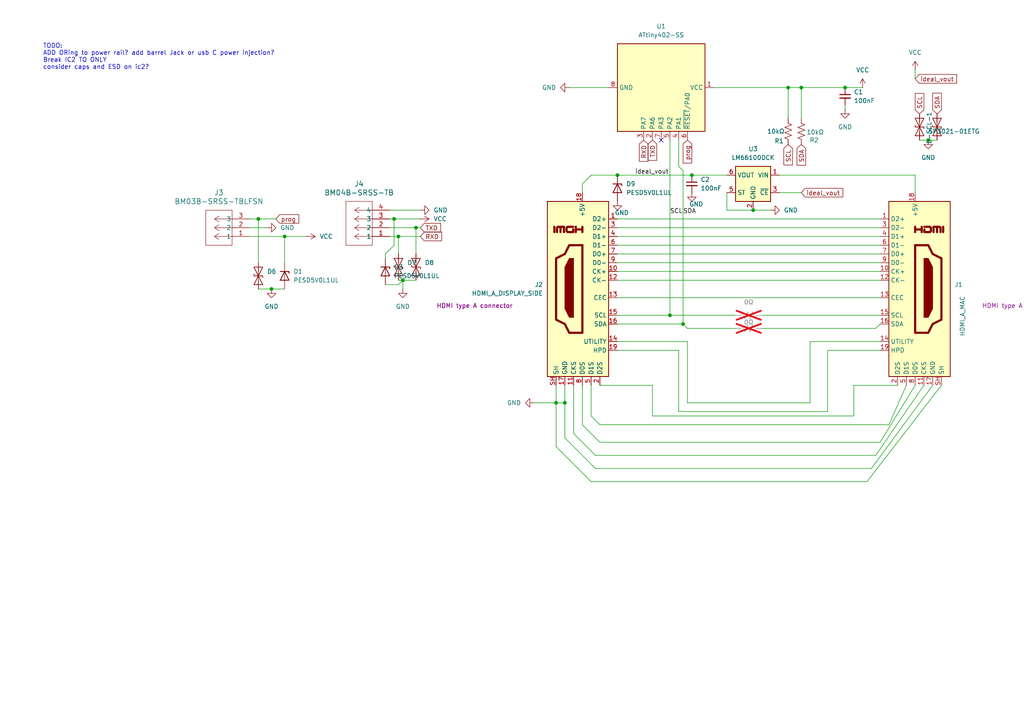
<source format=kicad_sch>
(kicad_sch (version 20250114) (generator "eeschema") (generator_version "9.0")
  (paper "A4")
  (title_block (title "HDMI Attiny I2C injector") (date "2025-09-23") (rev "1.0 (SEP 25)") (company "J inc") (comment 1 "HDMI Attiny I2C injector") (comment 4 "Author: Jayden Neal"))
  (lib_symbols
    (symbol "Connector:HDMI_A"
      (property "Reference" "J" (at -6.35 26.67 0))
      (property "Value" "HDMI_A" (at 10.16 26.67 0))
      (symbol "HDMI_A_0_0"
        (polyline (pts (xy 0 16.51) (xy 0 18.034) (xy 0 17.272) (xy 1.905 17.272) (xy 1.905 18.034) (xy 1.905 16.51)) (stroke (width 0.635)))
        (polyline (pts (xy 2.667 18.034) (xy 4.318 18.034) (xy 4.572 17.78) (xy 4.572 16.764) (xy 4.318 16.51) (xy 2.667 16.51) (xy 2.667 17.272)) (stroke (width 0.635)))
        (polyline (pts (xy 8.128 16.51) (xy 8.128 18.034)) (stroke (width 0.635)))
      )
      (symbol "HDMI_A_0_1"
        (rectangle (start -7.62 25.4) (end 10.16 -25.4) (stroke (width 0.254)) (fill (type background)))
        (polyline (pts (xy 0 12.7) (xy 0 -12.7) (xy 3.81 -12.7) (xy 5.08 -10.16) (xy 7.62 -8.89) (xy 7.62 8.89) (xy 5.08 10.16) (xy 3.81 12.7) (xy 0 12.7)) (stroke (width 0.635)))
        (polyline (pts (xy 2.54 8.89) (xy 3.81 8.89) (xy 5.08 6.35) (xy 5.08 -5.715) (xy 3.81 -8.255) (xy 2.54 -8.255) (xy 2.54 8.89)) (fill (type outline)))
        (polyline (pts (xy 5.334 16.51) (xy 5.334 18.034) (xy 6.35 18.034) (xy 6.35 16.51) (xy 6.35 18.034) (xy 7.112 18.034) (xy 7.366 17.78) (xy 7.366 16.51)) (stroke (width 0.635)))
      )
      (symbol "HDMI_A_1_1"
        (pin passive line (at -10.16 20.32 0) (length 2.54) (name "D2+") (number "1"))
        (pin passive line (at -10.16 17.78 0) (length 2.54) (name "D2-") (number "3"))
        (pin passive line (at -10.16 15.24 0) (length 2.54) (name "D1+") (number "4"))
        (pin passive line (at -10.16 12.7 0) (length 2.54) (name "D1-") (number "6"))
        (pin passive line (at -10.16 10.16 0) (length 2.54) (name "D0+") (number "7"))
        (pin passive line (at -10.16 7.62 0) (length 2.54) (name "D0-") (number "9"))
        (pin passive line (at -10.16 5.08 0) (length 2.54) (name "CK+") (number "10"))
        (pin passive line (at -10.16 2.54 0) (length 2.54) (name "CK-") (number "12"))
        (pin bidirectional line (at -10.16 -2.54 0) (length 2.54) (name "CEC") (number "13"))
        (pin passive line (at -10.16 -7.62 0) (length 2.54) (name "SCL") (number "15"))
        (pin bidirectional line (at -10.16 -10.16 0) (length 2.54) (name "SDA") (number "16"))
        (pin passive line (at -10.16 -15.24 0) (length 2.54) (name "UTILITY") (number "14"))
        (pin passive line (at -10.16 -17.78 0) (length 2.54) (name "HPD") (number "19"))
        (pin power_in line (at -5.08 -27.94 90) (length 2.54) (name "D2S") (number "2"))
        (pin power_in line (at -2.54 -27.94 90) (length 2.54) (name "D1S") (number "5"))
        (pin power_in line (at 0 27.94 270) (length 2.54) (name "+5V") (number "18"))
        (pin power_in line (at 0 -27.94 90) (length 2.54) (name "D0S") (number "8"))
        (pin power_in line (at 2.54 -27.94 90) (length 2.54) (name "CKS") (number "11"))
        (pin power_in line (at 5.08 -27.94 90) (length 2.54) (name "GND") (number "17"))
        (pin passive line (at 7.62 -27.94 90) (length 2.54) (name "SH") (number "SH"))
      )
    )
    (symbol "Device:C_Small" (pin_numbers (hide yes)) (pin_names (offset 0.254) (hide yes))
      (property "Reference" "C" (at 0.254 1.778 0))
      (property "Value" "C_Small" (at 0.254 -2.032 0))
      (symbol "C_Small_0_1"
        (polyline (pts (xy -1.524 0.508) (xy 1.524 0.508)) (stroke (width 0.3048)))
        (polyline (pts (xy -1.524 -0.508) (xy 1.524 -0.508)) (stroke (width 0.3302)))
      )
      (symbol "C_Small_1_1"
        (pin passive line (at 0 2.54 270) (length 2.032) (name "~") (number "1"))
        (pin passive line (at 0 -2.54 90) (length 2.032) (name "~") (number "2"))
      )
    )
    (symbol "Device:R_US" (pin_numbers (hide yes)) (pin_names (offset 0))
      (property "Reference" "R" (at 2.54 0 90))
      (property "Value" "R_US" (at -2.54 0 90))
      (symbol "R_US_0_1"
        (polyline (pts (xy 0 2.286) (xy 0 2.54)))
        (polyline (pts (xy 0 2.286) (xy 1.016 1.905) (xy 0 1.524) (xy -1.016 1.143) (xy 0 0.762)))
        (polyline (pts (xy 0 0.762) (xy 1.016 0.381) (xy 0 0) (xy -1.016 -0.381) (xy 0 -0.762)))
        (polyline (pts (xy 0 -0.762) (xy 1.016 -1.143) (xy 0 -1.524) (xy -1.016 -1.905) (xy 0 -2.286)))
        (polyline (pts (xy 0 -2.286) (xy 0 -2.54)))
      )
      (symbol "R_US_1_1"
        (pin passive line (at 0 3.81 270) (length 1.27) (name "~") (number "1"))
        (pin passive line (at 0 -3.81 90) (length 1.27) (name "~") (number "2"))
      )
    )
    (symbol "Diode:ESD131-B1-W0201" (pin_numbers (hide yes)) (pin_names (offset 1.016) (hide yes))
      (property "Reference" "D" (at 0 2.54 0))
      (property "Value" "ESD131-B1-W0201" (at 0 -2.54 0))
      (symbol "ESD131-B1-W0201_0_1"
        (polyline (pts (xy -2.54 -1.27) (xy 0 0) (xy -2.54 1.27) (xy -2.54 -1.27)) (stroke (width 0.2032)))
        (polyline (pts (xy 0.508 1.27) (xy 0 1.27) (xy 0 -1.27) (xy -0.508 -1.27)) (stroke (width 0.2032)))
        (polyline (pts (xy 1.27 0) (xy -1.27 0)))
        (polyline (pts (xy 2.54 1.27) (xy 2.54 -1.27) (xy 0 0) (xy 2.54 1.27)) (stroke (width 0.2032)))
      )
      (symbol "ESD131-B1-W0201_1_1"
        (pin passive line (at -3.81 0 0) (length 2.54) (name "A1") (number "1"))
        (pin passive line (at 3.81 0 180) (length 2.54) (name "A2") (number "2"))
      )
    )
    (symbol "Diode:PESD5V0L1UL" (pin_numbers (hide yes)) (pin_names (hide yes))
      (property "Reference" "D" (at 0 2.54 0))
      (property "Value" "PESD5V0L1UL" (at 0 -2.54 0))
      (symbol "PESD5V0L1UL_0_1"
        (polyline (pts (xy -1.27 -1.27) (xy -1.27 1.27) (xy -0.762 1.27)) (stroke (width 0.254)))
        (polyline (pts (xy 1.27 0) (xy -1.27 0)))
        (polyline (pts (xy 1.27 -1.27) (xy 1.27 1.27) (xy -1.27 0) (xy 1.27 -1.27)) (stroke (width 0.254)))
      )
      (symbol "PESD5V0L1UL_1_1"
        (pin passive line (at -3.81 0 0) (length 2.54) (name "K") (number "1"))
        (pin passive line (at 3.81 0 180) (length 2.54) (name "A") (number "2"))
      )
    )
    (symbol "MCU_Microchip_ATtiny:ATtiny402-SS"
      (property "Reference" "U" (at -12.7 13.97 0))
      (property "Value" "ATtiny402-SS" (at 2.54 -13.97 0))
      (symbol "ATtiny402-SS_0_1"
        (rectangle (start -12.7 -12.7) (end 12.7 12.7) (stroke (width 0.254)) (fill (type background)))
      )
      (symbol "ATtiny402-SS_1_1"
        (pin power_in line (at 0 15.24 270) (length 2.54) (name "VCC") (number "1"))
        (pin power_in line (at 0 -15.24 90) (length 2.54) (name "GND") (number "8"))
        (pin bidirectional line (at 15.24 7.62 180) (length 2.54) (name "~{RESET}/PA0") (number "6"))
        (pin bidirectional line (at 15.24 5.08 180) (length 2.54) (name "PA1") (number "4"))
        (pin bidirectional line (at 15.24 2.54 180) (length 2.54) (name "PA2") (number "5"))
        (pin bidirectional line (at 15.24 0 180) (length 2.54) (name "PA3") (number "7"))
        (pin bidirectional line (at 15.24 -2.54 180) (length 2.54) (name "PA6") (number "2"))
        (pin bidirectional line (at 15.24 -5.08 180) (length 2.54) (name "PA7") (number "3"))
      )
    )
    (symbol "Power_Management:LM66100DCK"
      (property "Reference" "U" (at -5.08 6.096 0))
      (property "Value" "LM66100DCK" (at 0.254 -6.35 0))
      (symbol "LM66100DCK_0_1"
        (rectangle (start -5.08 5.08) (end 5.08 -5.08) (stroke (width 0.254)) (fill (type background)))
      )
      (symbol "LM66100DCK_1_1"
        (pin power_in line (at -7.62 2.54 0) (length 2.54) (name "VIN") (number "1"))
        (pin input line (at -7.62 -2.54 0) (length 2.54) (name "~{CE}") (number "3"))
        (pin no_connect line (at 0 5.08 270) (length 2.54) (hide yes) (name "NC") (number "4"))
        (pin power_in line (at 0 -7.62 90) (length 2.54) (name "GND") (number "2"))
        (pin power_out line (at 7.62 2.54 180) (length 2.54) (name "VOUT") (number "6"))
        (pin open_collector line (at 7.62 -2.54 180) (length 2.54) (name "ST") (number "5"))
      )
    )
    (symbol "Snapeda:BM03B-SRSS-TBLFSN" (pin_names (offset 0.254))
      (property "Reference" "J" (at 8.89 6.35 0))
      (property "Value" "BM03B-SRSS-TBLFSN" (at 0 0 0))
      (symbol "BM03B-SRSS-TBLFSN_1_1"
        (polyline (pts (xy 5.08 2.54) (xy 5.08 -7.62)) (stroke (width 0.127)))
        (polyline (pts (xy 5.08 -7.62) (xy 12.7 -7.62)) (stroke (width 0.127)))
        (polyline (pts (xy 10.16 0) (xy 5.08 0)) (stroke (width 0.127)))
        (polyline (pts (xy 10.16 0) (xy 8.89 0.8467)) (stroke (width 0.127)))
        (polyline (pts (xy 10.16 0) (xy 8.89 -0.8467)) (stroke (width 0.127)))
        (polyline (pts (xy 10.16 -2.54) (xy 5.08 -2.54)) (stroke (width 0.127)))
        (polyline (pts (xy 10.16 -2.54) (xy 8.89 -1.6933)) (stroke (width 0.127)))
        (polyline (pts (xy 10.16 -2.54) (xy 8.89 -3.3867)) (stroke (width 0.127)))
        (polyline (pts (xy 10.16 -5.08) (xy 5.08 -5.08)) (stroke (width 0.127)))
        (polyline (pts (xy 10.16 -5.08) (xy 8.89 -4.2333)) (stroke (width 0.127)))
        (polyline (pts (xy 10.16 -5.08) (xy 8.89 -5.9267)) (stroke (width 0.127)))
        (polyline (pts (xy 12.7 2.54) (xy 5.08 2.54)) (stroke (width 0.127)))
        (polyline (pts (xy 12.7 -7.62) (xy 12.7 2.54)) (stroke (width 0.127)))
        (pin unspecified line (at 0 0 0) (length 5.08) (name "1") (number "1"))
        (pin unspecified line (at 0 -2.54 0) (length 5.08) (name "2") (number "2"))
        (pin unspecified line (at 0 -5.08 0) (length 5.08) (name "3") (number "3"))
      )
      (symbol "BM03B-SRSS-TBLFSN_1_2"
        (polyline (pts (xy 5.08 2.54) (xy 5.08 -7.62)) (stroke (width 0.127)))
        (polyline (pts (xy 5.08 -7.62) (xy 12.7 -7.62)) (stroke (width 0.127)))
        (polyline (pts (xy 7.62 0) (xy 5.08 0)) (stroke (width 0.127)))
        (polyline (pts (xy 7.62 0) (xy 8.89 0.8467)) (stroke (width 0.127)))
        (polyline (pts (xy 7.62 0) (xy 8.89 -0.8467)) (stroke (width 0.127)))
        (polyline (pts (xy 7.62 -2.54) (xy 5.08 -2.54)) (stroke (width 0.127)))
        (polyline (pts (xy 7.62 -2.54) (xy 8.89 -1.6933)) (stroke (width 0.127)))
        (polyline (pts (xy 7.62 -2.54) (xy 8.89 -3.3867)) (stroke (width 0.127)))
        (polyline (pts (xy 7.62 -5.08) (xy 5.08 -5.08)) (stroke (width 0.127)))
        (polyline (pts (xy 7.62 -5.08) (xy 8.89 -4.2333)) (stroke (width 0.127)))
        (polyline (pts (xy 7.62 -5.08) (xy 8.89 -5.9267)) (stroke (width 0.127)))
        (polyline (pts (xy 12.7 2.54) (xy 5.08 2.54)) (stroke (width 0.127)))
        (polyline (pts (xy 12.7 -7.62) (xy 12.7 2.54)) (stroke (width 0.127)))
        (pin unspecified line (at 0 0 0) (length 5.08) (name "1") (number "1"))
        (pin unspecified line (at 0 -2.54 0) (length 5.08) (name "2") (number "2"))
        (pin unspecified line (at 0 -5.08 0) (length 5.08) (name "3") (number "3"))
      )
    )
    (symbol "Snapeda:BM04B-SRSS-TB" (pin_names (offset 0.254))
      (property "Reference" "J" (at 8.89 6.35 0))
      (property "Value" "BM04B-SRSS-TB" (at 0 0 0))
      (symbol "BM04B-SRSS-TB_1_1"
        (polyline (pts (xy 5.08 2.54) (xy 5.08 -10.16)) (stroke (width 0.127)))
        (polyline (pts (xy 5.08 -10.16) (xy 12.7 -10.16)) (stroke (width 0.127)))
        (polyline (pts (xy 10.16 0) (xy 5.08 0)) (stroke (width 0.127)))
        (polyline (pts (xy 10.16 0) (xy 8.89 0.8467)) (stroke (width 0.127)))
        (polyline (pts (xy 10.16 0) (xy 8.89 -0.8467)) (stroke (width 0.127)))
        (polyline (pts (xy 10.16 -2.54) (xy 5.08 -2.54)) (stroke (width 0.127)))
        (polyline (pts (xy 10.16 -2.54) (xy 8.89 -1.6933)) (stroke (width 0.127)))
        (polyline (pts (xy 10.16 -2.54) (xy 8.89 -3.3867)) (stroke (width 0.127)))
        (polyline (pts (xy 10.16 -5.08) (xy 5.08 -5.08)) (stroke (width 0.127)))
        (polyline (pts (xy 10.16 -5.08) (xy 8.89 -4.2333)) (stroke (width 0.127)))
        (polyline (pts (xy 10.16 -5.08) (xy 8.89 -5.9267)) (stroke (width 0.127)))
        (polyline (pts (xy 10.16 -7.62) (xy 5.08 -7.62)) (stroke (width 0.127)))
        (polyline (pts (xy 10.16 -7.62) (xy 8.89 -6.7733)) (stroke (width 0.127)))
        (polyline (pts (xy 10.16 -7.62) (xy 8.89 -8.4667)) (stroke (width 0.127)))
        (polyline (pts (xy 12.7 2.54) (xy 5.08 2.54)) (stroke (width 0.127)))
        (polyline (pts (xy 12.7 -10.16) (xy 12.7 2.54)) (stroke (width 0.127)))
        (pin unspecified line (at 0 0 0) (length 5.08) (name "1") (number "1"))
        (pin unspecified line (at 0 -2.54 0) (length 5.08) (name "2") (number "2"))
        (pin unspecified line (at 0 -5.08 0) (length 5.08) (name "3") (number "3"))
        (pin unspecified line (at 0 -7.62 0) (length 5.08) (name "4") (number "4"))
      )
      (symbol "BM04B-SRSS-TB_1_2"
        (polyline (pts (xy 5.08 2.54) (xy 5.08 -10.16)) (stroke (width 0.127)))
        (polyline (pts (xy 5.08 -10.16) (xy 12.7 -10.16)) (stroke (width 0.127)))
        (polyline (pts (xy 7.62 0) (xy 5.08 0)) (stroke (width 0.127)))
        (polyline (pts (xy 7.62 0) (xy 8.89 0.8467)) (stroke (width 0.127)))
        (polyline (pts (xy 7.62 0) (xy 8.89 -0.8467)) (stroke (width 0.127)))
        (polyline (pts (xy 7.62 -2.54) (xy 5.08 -2.54)) (stroke (width 0.127)))
        (polyline (pts (xy 7.62 -2.54) (xy 8.89 -1.6933)) (stroke (width 0.127)))
        (polyline (pts (xy 7.62 -2.54) (xy 8.89 -3.3867)) (stroke (width 0.127)))
        (polyline (pts (xy 7.62 -5.08) (xy 5.08 -5.08)) (stroke (width 0.127)))
        (polyline (pts (xy 7.62 -5.08) (xy 8.89 -4.2333)) (stroke (width 0.127)))
        (polyline (pts (xy 7.62 -5.08) (xy 8.89 -5.9267)) (stroke (width 0.127)))
        (polyline (pts (xy 7.62 -7.62) (xy 5.08 -7.62)) (stroke (width 0.127)))
        (polyline (pts (xy 7.62 -7.62) (xy 8.89 -6.7733)) (stroke (width 0.127)))
        (polyline (pts (xy 7.62 -7.62) (xy 8.89 -8.4667)) (stroke (width 0.127)))
        (polyline (pts (xy 12.7 2.54) (xy 5.08 2.54)) (stroke (width 0.127)))
        (polyline (pts (xy 12.7 -10.16) (xy 12.7 2.54)) (stroke (width 0.127)))
        (pin unspecified line (at 0 0 0) (length 5.08) (name "1") (number "1"))
        (pin unspecified line (at 0 -2.54 0) (length 5.08) (name "2") (number "2"))
        (pin unspecified line (at 0 -5.08 0) (length 5.08) (name "3") (number "3"))
        (pin unspecified line (at 0 -7.62 0) (length 5.08) (name "4") (number "4"))
      )
    )
    (symbol "power:GND" (power) (pin_numbers (hide yes)) (pin_names (offset 0) (hide yes))
      (property "Value" "GND" (at 0 -3.81 0))
      (symbol "GND_0_1"
        (polyline (pts (xy 0 0) (xy 0 -1.27) (xy 1.27 -1.27) (xy 0 -2.54) (xy -1.27 -1.27) (xy 0 -1.27)))
      )
      (symbol "GND_1_1"
        (pin power_in line (at 0 0 270) (length 0) (name "~") (number "1"))
      )
    )
    (symbol "power:VCC" (power) (pin_numbers (hide yes)) (pin_names (offset 0) (hide yes))
      (property "Value" "VCC" (at 0 3.556 0))
      (symbol "VCC_0_1"
        (polyline (pts (xy -0.762 1.27) (xy 0 2.54)))
        (polyline (pts (xy 0 2.54) (xy 0.762 1.27)))
        (polyline (pts (xy 0 0) (xy 0 2.54)))
      )
      (symbol "VCC_1_1"
        (pin power_in line (at 0 0 90) (length 0) (name "~") (number "1"))
      )
    )
  )
  (text "TODO:\nADD ORing to power rail? add barrel Jack or usb C power injection?\nBreak IC2 TO ONLY\nconsider caps and ESD on ic2?\n\n" (at 12.446 17.526 0) (effects (font (size 1.27 1.27)) (justify left)))
  (junction (at 179.07 50.8))
  (junction (at 228.6 25.4))
  (junction (at 116.84 81.28))
  (junction (at 163.83 116.84))
  (junction (at 194.31 91.44))
  (junction (at 115.57 68.58))
  (junction (at 245.11 25.4))
  (junction (at 269.24 40.64))
  (junction (at 232.41 25.4))
  (junction (at 114.3 63.5))
  (junction (at 120.65 66.04))
  (junction (at 198.12 93.98))
  (junction (at 78.74 83.82))
  (junction (at 82.55 68.58))
  (junction (at 161.29 116.84))
  (junction (at 74.93 63.5))
  (junction (at 200.66 50.8))
  (junction (at 218.44 60.96))
  (no_connect (at 191.77 40.64))
  (wire (pts (xy 74.93 63.5) (xy 74.93 76.2)))
  (wire (pts (xy 161.29 116.84) (xy 161.29 129.54)))
  (wire (pts (xy 163.83 116.84) (xy 163.83 127)))
  (wire (pts (xy 252.73 135.89) (xy 270.51 111.76)))
  (wire (pts (xy 245.11 31.75) (xy 245.11 30.48)))
  (wire (pts (xy 82.55 68.58) (xy 88.9 68.58)))
  (wire (pts (xy 179.07 63.5) (xy 255.27 63.5)))
  (wire (pts (xy 82.55 68.58) (xy 82.55 76.2)))
  (wire (pts (xy 166.37 125.73) (xy 172.72 132.08)))
  (wire (pts (xy 173.99 123.19) (xy 257.81 123.19)))
  (wire (pts (xy 161.29 111.76) (xy 161.29 116.84)))
  (wire (pts (xy 168.91 53.34) (xy 168.91 55.88)))
  (wire (pts (xy 234.95 99.06) (xy 255.27 99.06)))
  (wire (pts (xy 161.29 129.54) (xy 171.45 139.7)))
  (wire (pts (xy 232.41 34.29) (xy 232.41 25.4)))
  (wire (pts (xy 114.3 63.5) (xy 114.3 71.12)))
  (wire (pts (xy 194.31 40.64) (xy 194.31 91.44)))
  (wire (pts (xy 179.07 68.58) (xy 255.27 68.58)))
  (wire (pts (xy 72.39 66.04) (xy 77.47 66.04)))
  (wire (pts (xy 163.83 111.76) (xy 163.83 116.84)))
  (wire (pts (xy 220.98 95.25) (xy 254 95.25)))
  (wire (pts (xy 234.95 116.84) (xy 234.95 99.06)))
  (wire (pts (xy 172.72 132.08) (xy 254 132.08)))
  (wire (pts (xy 80.01 63.5) (xy 74.93 63.5)))
  (wire (pts (xy 228.6 34.29) (xy 228.6 25.4)))
  (wire (pts (xy 240.03 101.6) (xy 255.27 101.6)))
  (wire (pts (xy 172.72 135.89) (xy 252.73 135.89)))
  (wire (pts (xy 114.3 63.5) (xy 121.92 63.5)))
  (wire (pts (xy 198.12 49.53) (xy 198.12 93.98)))
  (wire (pts (xy 74.93 83.82) (xy 78.74 83.82)))
  (wire (pts (xy 179.07 50.8) (xy 200.66 50.8)))
  (wire (pts (xy 210.82 60.96) (xy 218.44 60.96)))
  (wire (pts (xy 115.57 68.58) (xy 115.57 73.66)))
  (wire (pts (xy 240.03 101.6) (xy 240.03 119.38)))
  (wire (pts (xy 179.07 66.04) (xy 255.27 66.04)))
  (wire (pts (xy 226.06 55.88) (xy 232.41 55.88)))
  (wire (pts (xy 179.07 81.28) (xy 255.27 81.28)))
  (wire (pts (xy 171.45 139.7) (xy 251.46 139.7)))
  (wire (pts (xy 247.65 111.76) (xy 260.35 111.76)))
  (wire (pts (xy 78.74 83.82) (xy 82.55 83.82)))
  (wire (pts (xy 113.03 63.5) (xy 114.3 63.5)))
  (wire (pts (xy 199.39 116.84) (xy 234.95 116.84)))
  (wire (pts (xy 213.36 95.25) (xy 199.39 95.25)))
  (wire (pts (xy 207.01 25.4) (xy 228.6 25.4)))
  (wire (pts (xy 179.07 86.36) (xy 255.27 86.36)))
  (wire (pts (xy 171.45 120.65) (xy 173.99 123.19)))
  (wire (pts (xy 179.07 78.74) (xy 255.27 78.74)))
  (wire (pts (xy 176.53 25.4) (xy 165.1 25.4)))
  (wire (pts (xy 265.43 50.8) (xy 226.06 50.8)))
  (wire (pts (xy 199.39 116.84) (xy 199.39 99.06)))
  (wire (pts (xy 196.85 101.6) (xy 179.07 101.6)))
  (wire (pts (xy 254 95.25) (xy 255.27 93.98)))
  (wire (pts (xy 173.99 128.27) (xy 255.27 128.27)))
  (wire (pts (xy 247.65 111.76) (xy 247.65 120.65)))
  (wire (pts (xy 113.03 68.58) (xy 115.57 68.58)))
  (wire (pts (xy 265.43 20.32) (xy 265.43 22.86)))
  (wire (pts (xy 189.23 111.76) (xy 189.23 120.65)))
  (wire (pts (xy 113.03 66.04) (xy 120.65 66.04)))
  (wire (pts (xy 111.76 74.93) (xy 111.76 73.66)))
  (wire (pts (xy 111.76 82.55) (xy 115.57 82.55)))
  (wire (pts (xy 194.31 91.44) (xy 213.36 91.44)))
  (wire (pts (xy 196.85 40.64) (xy 196.85 48.26)))
  (wire (pts (xy 232.41 25.4) (xy 245.11 25.4)))
  (wire (pts (xy 163.83 127) (xy 172.72 135.89)))
  (wire (pts (xy 116.84 83.82) (xy 116.84 81.28)))
  (wire (pts (xy 168.91 111.76) (xy 168.91 123.19)))
  (wire (pts (xy 72.39 68.58) (xy 82.55 68.58)))
  (wire (pts (xy 196.85 119.38) (xy 196.85 101.6)))
  (wire (pts (xy 154.94 116.84) (xy 161.29 116.84)))
  (wire (pts (xy 266.7 40.64) (xy 269.24 40.64)))
  (wire (pts (xy 189.23 111.76) (xy 173.99 111.76)))
  (wire (pts (xy 189.23 120.65) (xy 247.65 120.65)))
  (wire (pts (xy 251.46 139.7) (xy 273.05 111.76)))
  (wire (pts (xy 166.37 111.76) (xy 166.37 125.73)))
  (wire (pts (xy 115.57 68.58) (xy 121.92 68.58)))
  (wire (pts (xy 161.29 116.84) (xy 163.83 116.84)))
  (wire (pts (xy 228.6 25.4) (xy 232.41 25.4)))
  (wire (pts (xy 210.82 55.88) (xy 210.82 60.96)))
  (wire (pts (xy 196.85 119.38) (xy 240.03 119.38)))
  (wire (pts (xy 220.98 91.44) (xy 255.27 91.44)))
  (wire (pts (xy 199.39 95.25) (xy 198.12 93.98)))
  (wire (pts (xy 171.45 50.8) (xy 179.07 50.8)))
  (wire (pts (xy 111.76 73.66) (xy 114.3 71.12)))
  (wire (pts (xy 74.93 63.5) (xy 72.39 63.5)))
  (wire (pts (xy 245.11 25.4) (xy 250.19 25.4)))
  (wire (pts (xy 223.52 60.96) (xy 218.44 60.96)))
  (wire (pts (xy 255.27 128.27) (xy 265.43 111.76)))
  (wire (pts (xy 179.07 71.12) (xy 255.27 71.12)))
  (wire (pts (xy 254 132.08) (xy 267.97 111.76)))
  (wire (pts (xy 171.45 111.76) (xy 171.45 120.65)))
  (wire (pts (xy 198.12 93.98) (xy 179.07 93.98)))
  (wire (pts (xy 265.43 55.88) (xy 265.43 50.8)))
  (wire (pts (xy 116.84 81.28) (xy 120.65 81.28)))
  (wire (pts (xy 179.07 76.2) (xy 255.27 76.2)))
  (wire (pts (xy 120.65 66.04) (xy 120.65 73.66)))
  (wire (pts (xy 168.91 53.34) (xy 171.45 50.8)))
  (wire (pts (xy 269.24 40.64) (xy 271.78 40.64)))
  (wire (pts (xy 200.66 50.8) (xy 210.82 50.8)))
  (wire (pts (xy 257.81 123.19) (xy 262.89 111.76)))
  (wire (pts (xy 120.65 66.04) (xy 121.92 66.04)))
  (wire (pts (xy 168.91 123.19) (xy 173.99 128.27)))
  (wire (pts (xy 179.07 73.66) (xy 255.27 73.66)))
  (wire (pts (xy 194.31 91.44) (xy 179.07 91.44)))
  (wire (pts (xy 115.57 82.55) (xy 116.84 81.28)))
  (wire (pts (xy 115.57 81.28) (xy 116.84 81.28)))
  (wire (pts (xy 199.39 99.06) (xy 179.07 99.06)))
  (wire (pts (xy 196.85 48.26) (xy 198.12 49.53)))
  (wire (pts (xy 113.03 60.96) (xy 121.92 60.96)))
  (label "SCL" (at 194.31 62.23 0))
  (label "ideal_vout" (at 184.15 50.8 0))
  (label "SDA" (at 198.12 62.23 0))
  (global_label "RXD" (shape input) (at 121.92 68.58 0) (property "Intersheetrefs" "${INTERSHEET_REFS}" (effects (hide yes))))
  (global_label "RXD" (shape input) (at 186.69 40.64 270) (property "Intersheetrefs" "${INTERSHEET_REFS}" (effects (hide yes))))
  (global_label "SDA" (shape input) (at 271.78 33.02 90) (property "Intersheetrefs" "${INTERSHEET_REFS}" (effects (hide yes))))
  (global_label "TXD" (shape input) (at 121.92 66.04 0) (property "Intersheetrefs" "${INTERSHEET_REFS}" (effects (hide yes))))
  (global_label "SCL" (shape input) (at 228.6 41.91 270) (property "Intersheetrefs" "${INTERSHEET_REFS}" (effects (hide yes))))
  (global_label "prog" (shape input) (at 80.01 63.5 0) (property "Intersheetrefs" "${INTERSHEET_REFS}" (effects (hide yes))))
  (global_label "TXD" (shape input) (at 189.23 40.64 270) (property "Intersheetrefs" "${INTERSHEET_REFS}" (effects (hide yes))))
  (global_label "SCL" (shape input) (at 266.7 33.02 90) (property "Intersheetrefs" "${INTERSHEET_REFS}" (effects (hide yes))))
  (global_label "SDA" (shape input) (at 232.41 41.91 270) (property "Intersheetrefs" "${INTERSHEET_REFS}" (effects (hide yes))))
  (global_label "ideal_vout" (shape input) (at 265.43 22.86 0) (property "Intersheetrefs" "${INTERSHEET_REFS}" (effects (hide yes))))
  (global_label "prog" (shape input) (at 199.39 40.64 270) (property "Intersheetrefs" "${INTERSHEET_REFS}" (effects (hide yes))))
  (global_label "ideal_vout" (shape input) (at 232.41 55.88 0) (property "Intersheetrefs" "${INTERSHEET_REFS}" (effects (hide yes))))
  (symbol (lib_id "power:GND") (at 165.1 25.4 270) (unit 1)
    (property "Reference" "#PWR01" (effects (hide yes)))
    (property "Value" "GND" (at 161.29 25.3999 90) (effects (justify right)))
    (property "Description" "Power symbol creates a global label with name \"GND\" , ground" (effects (hide yes)))
  )
  (symbol (lib_id "Device:R_US") (at 217.17 95.25 90) (unit 1) (dnp yes)
    (property "Reference" "R4" (effects (hide yes)))
    (property "Value" "0Ω" (at 217.17 93.472 90))
    (property "Footprint" "Resistor_SMD:R_0603_1608Metric_Pad0.98x0.95mm_HandSolder" (effects (hide yes)))
    (property "Description" "Resistor, US symbol" (effects (hide yes)))
  )
  (symbol (lib_id "Diode:ESD131-B1-W0201") (at 115.57 77.47 90) (unit 1)
    (property "Reference" "D7" (at 118.11 76.1999 90) (effects (justify right)))
    (property "Value" "SP3021-01ETG" (effects (hide yes)))
    (property "Footprint" "Diode_SMD:D_SOD-882" (effects (hide yes)))
    (property "Datasheet" "https://www.digikey.com/en/products/detail/littelfuse-inc/SP3021-01ETG/3598389" (effects (hide yes)))
    (property "Description" "Bidirectional ESD protection diode, ±5.5Vrwm, 0.23pF, SG-WLL-2-3" (effects (hide yes)))
  )
  (symbol (lib_id "Connector:HDMI_A") (at 168.91 83.82 0) (mirror y) (unit 1)
    (property "Reference" "J2" (at 157.48 82.5499 0) (effects (justify left)))
    (property "Value" "HDMI_A_DISPLAY_SIDE" (at 157.48 85.0899 0) (effects (justify left)))
    (property "Footprint" "EasyEDA:HDMI-SMD_HDMI-GD-132PWB" (effects (hide yes)))
    (property "Datasheet" "https://en.wikipedia.org/wiki/HDMI" (effects (hide yes)))
    (property "Description" "HDMI type A connector" (at 137.668 88.646 0))
  )
  (symbol (lib_id "power:GND") (at 245.11 31.75 0) (unit 1)
    (property "Reference" "#PWR05" (effects (hide yes)))
    (property "Value" "GND" (at 245.11 36.83 0))
    (property "Description" "Power symbol creates a global label with name \"GND\" , ground" (effects (hide yes)))
  )
  (symbol (lib_id "Diode:ESD131-B1-W0201") (at 74.93 80.01 90) (unit 1)
    (property "Reference" "D6" (at 77.47 78.7399 90) (effects (justify right)))
    (property "Value" "SP3021-01ETG" (effects (hide yes)))
    (property "Footprint" "Diode_SMD:D_SOD-882" (effects (hide yes)))
    (property "Datasheet" "https://www.digikey.com/en/products/detail/littelfuse-inc/SP3021-01ETG/3598389" (effects (hide yes)))
    (property "Description" "Bidirectional ESD protection diode, ±5.5Vrwm, 0.23pF, SG-WLL-2-3" (effects (hide yes)))
  )
  (symbol (lib_id "power:VCC") (at 265.43 20.32 0) (unit 1)
    (property "Reference" "#PWR011" (effects (hide yes)))
    (property "Value" "VCC" (at 265.43 15.24 0))
    (property "Description" "Power symbol creates a global label with name \"VCC\"" (effects (hide yes)))
  )
  (symbol (lib_id "power:GND") (at 269.24 40.64 0) (unit 1)
    (property "Reference" "#PWR012" (effects (hide yes)))
    (property "Value" "GND" (at 269.24 45.72 0))
    (property "Description" "Power symbol creates a global label with name \"GND\" , ground" (effects (hide yes)))
  )
  (symbol (lib_id "power:VCC") (at 250.19 25.4 0) (unit 1)
    (property "Reference" "#PWR02" (effects (hide yes)))
    (property "Value" "VCC" (at 250.19 20.32 0))
    (property "Description" "Power symbol creates a global label with name \"VCC\"" (effects (hide yes)))
  )
  (symbol (lib_id "Diode:ESD131-B1-W0201") (at 271.78 36.83 90) (unit 1)
    (property "Reference" "D2" (effects (hide yes)))
    (property "Value" "SP3021-01ETG" (effects (hide yes)))
    (property "Footprint" "Diode_SMD:D_SOD-882" (effects (hide yes)))
    (property "Datasheet" "https://www.digikey.com/en/products/detail/littelfuse-inc/SP3021-01ETG/3598389" (effects (hide yes)))
    (property "Description" "Bidirectional ESD protection diode, ±5.5Vrwm, 0.23pF, SG-WLL-2-3" (effects (hide yes)))
  )
  (symbol (lib_id "Diode:ESD131-B1-W0201") (at 120.65 77.47 90) (unit 1)
    (property "Reference" "D8" (at 123.19 76.1999 90) (effects (justify right)))
    (property "Value" "SP3021-01ETG" (effects (hide yes)))
    (property "Footprint" "Diode_SMD:D_SOD-882" (effects (hide yes)))
    (property "Datasheet" "https://www.digikey.com/en/products/detail/littelfuse-inc/SP3021-01ETG/3598389" (effects (hide yes)))
    (property "Description" "Bidirectional ESD protection diode, ±5.5Vrwm, 0.23pF, SG-WLL-2-3" (effects (hide yes)))
  )
  (symbol (lib_id "Diode:ESD131-B1-W0201") (at 266.7 36.83 90) (unit 1)
    (property "Reference" "D-SCL-1" (at 269.494 37.084 0))
    (property "Value" "SP3021-01ETG" (at 269.24 38.0999 90) (effects (justify right)))
    (property "Footprint" "Diode_SMD:D_SOD-882" (effects (hide yes)))
    (property "Datasheet" "https://www.digikey.com/en/products/detail/littelfuse-inc/SP3021-01ETG/3598389" (effects (hide yes)))
    (property "Description" "Bidirectional ESD protection diode, ±5.5Vrwm, 0.23pF, SG-WLL-2-3" (effects (hide yes)))
  )
  (symbol (lib_id "Snapeda:BM03B-SRSS-TBLFSN") (at 72.39 68.58 180) (unit 1)
    (property "Reference" "J3" (at 63.5 55.88 0) (effects (font (size 1.524 1.524))))
    (property "Value" "BM03B-SRSS-TBLFSN" (at 63.5 58.42 0) (effects (font (size 1.524 1.524))))
    (property "Footprint" "Snapeda:CONN_BM03B-SRSS-TBLFSN_JST" (effects (hide yes)))
    (property "Datasheet" "BM03B-SRSS-TBLFSN" (effects (hide yes)))
  )
  (symbol (lib_id "power:VCC") (at 88.9 68.58 270) (unit 1)
    (property "Reference" "#PWR03" (effects (hide yes)))
    (property "Value" "VCC" (at 92.71 68.5799 90) (effects (justify left)))
    (property "Description" "Power symbol creates a global label with name \"VCC\"" (effects (hide yes)))
  )
  (symbol (lib_id "Power_Management:LM66100DCK") (at 218.44 53.34 0) (mirror y) (unit 1)
    (property "Reference" "U3" (at 218.44 43.18 0))
    (property "Value" "LM66100DCK" (at 218.44 45.72 0))
    (property "Footprint" "Package_TO_SOT_SMD:SOT-363_SC-70-6" (effects (hide yes)))
    (property "Datasheet" "https://www.ti.com/lit/ds/symlink/lm66100.pdf" (effects (hide yes)))
    (property "Description" "Ideal Diode With Input Polarity Protection 1.5 - 5.5V  Input Voltage, 1.5A Output Current, Ron 141 mOhm, SC-70-6" (effects (hide yes)))
  )
  (symbol (lib_id "MCU_Microchip_ATtiny:ATtiny402-SS") (at 191.77 25.4 270) (unit 1)
    (property "Reference" "U1" (at 191.77 7.62 90))
    (property "Value" "ATtiny402-SS" (at 191.77 10.16 90))
    (property "Footprint" "Package_SO:SOIC-8_3.9x4.9mm_P1.27mm" (effects (hide yes)))
    (property "Datasheet" "http://ww1.microchip.com/downloads/en/DeviceDoc/ATtiny202-402-AVR-MCU-with-Core-Independent-Peripherals_and-picoPower-40001969A.pdf" (effects (hide yes)))
    (property "Description" "20MHz, 4kB Flash, 256B SRAM, 128B EEPROM, SOIC-8" (effects (hide yes)))
  )
  (symbol (lib_id "Diode:PESD5V0L1UL") (at 179.07 54.61 270) (unit 1)
    (property "Reference" "D9" (at 181.61 53.3399 90) (effects (justify left)))
    (property "Value" "PESD5V0L1UL" (at 181.61 55.8799 90) (effects (justify left)))
    (property "Footprint" "Diode_SMD:D_SOD-882" (effects (hide yes)))
    (property "Datasheet" "https://assets.nexperia.com/documents/data-sheet/PESD5V0L1UL.pdf" (effects (hide yes)))
    (property "Description" "Low capacitance unidirectional ESD protection diode, 5V, SOD-882" (effects (hide yes)))
  )
  (symbol (lib_id "Connector:HDMI_A") (at 265.43 83.82 0) (unit 1)
    (property "Reference" "J1" (at 276.86 82.5499 0) (effects (justify left)))
    (property "Value" "HDMI_A_MAC" (at 279.146 97.536 90) (effects (justify left)))
    (property "Footprint" "EasyEDA:HDMI-SMD_HDMI-GD-132PWB" (effects (hide yes)))
    (property "Datasheet" "https://en.wikipedia.org/wiki/HDMI" (effects (hide yes)))
    (property "Description" "HDMI type A connector" (at 295.91 88.646 0))
  )
  (symbol (lib_id "power:GND") (at 223.52 60.96 90) (unit 1)
    (property "Reference" "#PWR08" (effects (hide yes)))
    (property "Value" "GND" (at 227.33 60.9599 90) (effects (justify right)))
    (property "Description" "Power symbol creates a global label with name \"GND\" , ground" (effects (hide yes)))
  )
  (symbol (lib_id "power:GND") (at 121.92 60.96 90) (unit 1)
    (property "Reference" "#PWR07" (effects (hide yes)))
    (property "Value" "GND" (at 125.73 60.9599 90) (effects (justify right)))
    (property "Description" "Power symbol creates a global label with name \"GND\" , ground" (effects (hide yes)))
  )
  (symbol (lib_id "Diode:PESD5V0L1UL") (at 82.55 80.01 270) (unit 1)
    (property "Reference" "D1" (at 85.09 78.7399 90) (effects (justify left)))
    (property "Value" "PESD5V0L1UL" (at 85.09 81.2799 90) (effects (justify left)))
    (property "Footprint" "Diode_SMD:D_SOD-882" (effects (hide yes)))
    (property "Datasheet" "https://assets.nexperia.com/documents/data-sheet/PESD5V0L1UL.pdf" (effects (hide yes)))
    (property "Description" "Low capacitance unidirectional ESD protection diode, 5V, SOD-882" (effects (hide yes)))
  )
  (symbol (lib_id "Device:R_US") (at 217.17 91.44 90) (unit 1) (in_bom no) (dnp yes)
    (property "Reference" "R3" (effects (hide yes)))
    (property "Value" "0Ω" (at 217.17 87.63 90))
    (property "Footprint" "Resistor_SMD:R_0603_1608Metric_Pad0.98x0.95mm_HandSolder" (effects (hide yes)))
    (property "Description" "Resistor, US symbol" (effects (hide yes)))
  )
  (symbol (lib_id "Device:R_US") (at 228.6 38.1 180) (unit 1)
    (property "Reference" "R1" (at 227.33 40.894 0) (effects (justify left)))
    (property "Value" "10kΩ" (at 227.584 38.1 0) (effects (justify left)))
    (property "Footprint" "Resistor_SMD:R_0603_1608Metric_Pad0.98x0.95mm_HandSolder" (effects (hide yes)))
    (property "Description" "Resistor, US symbol" (effects (hide yes)))
  )
  (symbol (lib_id "power:VCC") (at 121.92 63.5 270) (unit 1)
    (property "Reference" "#PWR06" (effects (hide yes)))
    (property "Value" "VCC" (at 125.73 63.4999 90) (effects (justify left)))
    (property "Description" "Power symbol creates a global label with name \"VCC\"" (effects (hide yes)))
  )
  (symbol (lib_id "Device:C_Small") (at 200.66 53.34 0) (unit 1)
    (property "Reference" "C2" (at 203.2 52.0762 0) (effects (justify left)))
    (property "Value" "100nF" (at 203.2 54.6162 0) (effects (justify left)))
    (property "Footprint" "Capacitor_SMD:C_0603_1608Metric_Pad1.08x0.95mm_HandSolder" (effects (hide yes)))
    (property "Description" "Unpolarized capacitor, small symbol" (effects (hide yes)))
  )
  (symbol (lib_id "power:GND") (at 200.66 55.88 0) (unit 1)
    (property "Reference" "#PWR010" (effects (hide yes)))
    (property "Value" "GND" (at 201.93 59.182 0))
    (property "Description" "Power symbol creates a global label with name \"GND\" , ground" (effects (hide yes)))
  )
  (symbol (lib_id "Snapeda:BM04B-SRSS-TB") (at 113.03 68.58 180) (unit 1)
    (property "Reference" "J4" (at 104.14 53.34 0) (effects (font (size 1.524 1.524))))
    (property "Value" "BM04B-SRSS-TB" (at 104.14 55.88 0) (effects (font (size 1.524 1.524))))
    (property "Footprint" "Snapeda:CONN4_BM04B-SRSS_JST" (effects (hide yes)))
    (property "Datasheet" "BM04B-SRSS-TB" (effects (hide yes)))
  )
  (symbol (lib_id "power:GND") (at 77.47 66.04 90) (unit 1)
    (property "Reference" "#PWR04" (effects (hide yes)))
    (property "Value" "GND" (at 81.28 66.0399 90) (effects (justify right)))
    (property "Description" "Power symbol creates a global label with name \"GND\" , ground" (effects (hide yes)))
  )
  (symbol (lib_id "power:GND") (at 179.07 58.42 0) (unit 1)
    (property "Reference" "#PWR014" (effects (hide yes)))
    (property "Value" "GND" (at 180.34 61.722 0))
    (property "Description" "Power symbol creates a global label with name \"GND\" , ground" (effects (hide yes)))
  )
  (symbol (lib_id "Device:C_Small") (at 245.11 27.94 0) (unit 1)
    (property "Reference" "C1" (at 247.65 26.6762 0) (effects (justify left)))
    (property "Value" "100nF" (at 247.65 29.2162 0) (effects (justify left)))
    (property "Footprint" "Capacitor_SMD:C_0603_1608Metric_Pad1.08x0.95mm_HandSolder" (effects (hide yes)))
    (property "Description" "Unpolarized capacitor, small symbol" (effects (hide yes)))
  )
  (symbol (lib_id "Device:R_US") (at 232.41 38.1 180) (unit 1)
    (property "Reference" "R2" (at 237.49 40.64 0) (effects (justify left)))
    (property "Value" "10kΩ" (at 239.014 38.354 0) (effects (justify left)))
    (property "Footprint" "Resistor_SMD:R_0603_1608Metric_Pad0.98x0.95mm_HandSolder" (effects (hide yes)))
    (property "Description" "Resistor, US symbol" (effects (hide yes)))
  )
  (symbol (lib_id "power:GND") (at 116.84 83.82 0) (unit 1)
    (property "Reference" "#PWR013" (effects (hide yes)))
    (property "Value" "GND" (at 116.84 88.9 0))
    (property "Description" "Power symbol creates a global label with name \"GND\" , ground" (effects (hide yes)))
  )
  (symbol (lib_id "Diode:PESD5V0L1UL") (at 111.76 78.74 270) (unit 1)
    (property "Reference" "D3" (at 114.3 77.4699 90) (effects (justify left)))
    (property "Value" "PESD5V0L1UL" (at 114.3 80.0099 90) (effects (justify left)))
    (property "Footprint" "Diode_SMD:D_SOD-882" (effects (hide yes)))
    (property "Datasheet" "https://assets.nexperia.com/documents/data-sheet/PESD5V0L1UL.pdf" (effects (hide yes)))
    (property "Description" "Low capacitance unidirectional ESD protection diode, 5V, SOD-882" (effects (hide yes)))
  )
  (symbol (lib_id "power:GND") (at 154.94 116.84 270) (unit 1)
    (property "Reference" "#PWR09" (effects (hide yes)))
    (property "Value" "GND" (at 151.13 116.8399 90) (effects (justify right)))
    (property "Description" "Power symbol creates a global label with name \"GND\" , ground" (effects (hide yes)))
  )
  (symbol (lib_id "power:GND") (at 78.74 83.82 0) (unit 1)
    (property "Reference" "#PWR015" (effects (hide yes)))
    (property "Value" "GND" (at 78.74 88.9 0))
    (property "Description" "Power symbol creates a global label with name \"GND\" , ground" (effects (hide yes)))
  )
)
</source>
